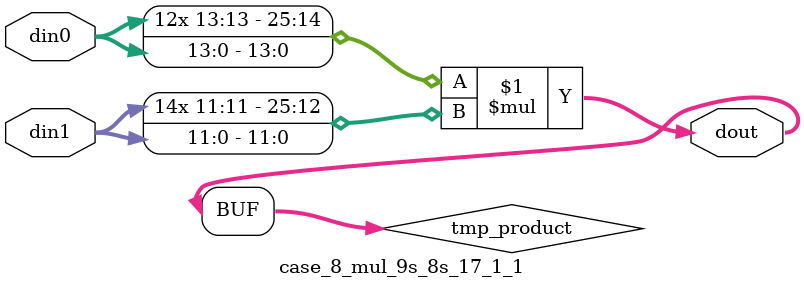
<source format=v>

`timescale 1 ns / 1 ps

 (* use_dsp = "no" *)  module case_8_mul_9s_8s_17_1_1(din0, din1, dout);
parameter ID = 1;
parameter NUM_STAGE = 0;
parameter din0_WIDTH = 14;
parameter din1_WIDTH = 12;
parameter dout_WIDTH = 26;

input [din0_WIDTH - 1 : 0] din0; 
input [din1_WIDTH - 1 : 0] din1; 
output [dout_WIDTH - 1 : 0] dout;

wire signed [dout_WIDTH - 1 : 0] tmp_product;



























assign tmp_product = $signed(din0) * $signed(din1);








assign dout = tmp_product;





















endmodule

</source>
